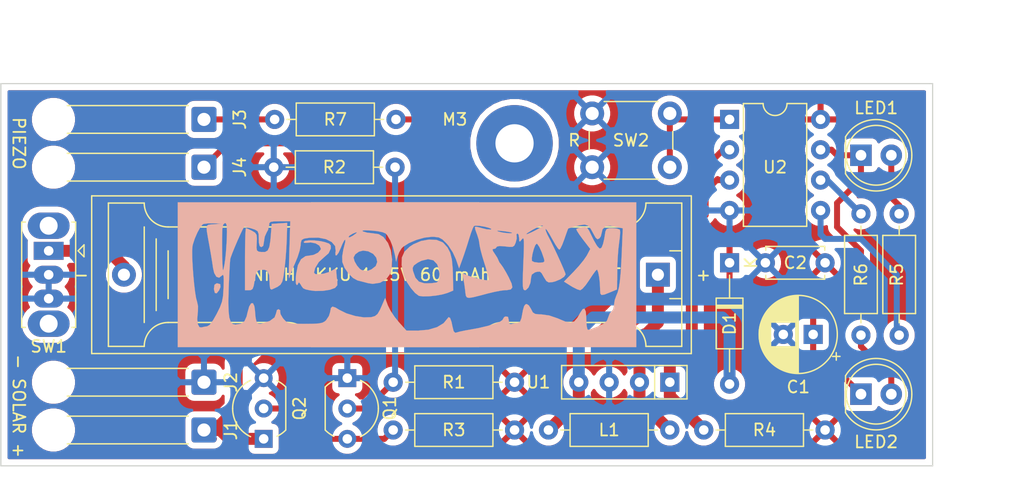
<source format=kicad_pcb>
(kicad_pcb (version 20171130) (host pcbnew "(5.1.9)-1")
  (layers (0 F.Cu signal) (31 B.Cu signal) (34 B.Paste user) (35 F.Paste user) (36 B.SilkS user) (37 F.SilkS user) (38 B.Mask user) (39 F.Mask user) (44 Edge.Cuts user))
  (net 0 "")
  (net 1 "Net-(BT1-Pad2)")
  (net 2 "Net-(BT1-Pad1)")
  (net 3 GND)
  (net 4 "Net-(C1-Pad1)")
  (net 5 "Net-(D1-Pad2)")
  (net 6 "Net-(J1-Pad1)")
  (net 7 "Net-(J3-Pad1)")
  (net 8 "Net-(J4-Pad1)")
  (net 9 "Net-(LED1-Pad2)")
  (net 10 "Net-(LED1-Pad1)")
  (net 11 "Net-(LED2-Pad2)")
  (net 12 "Net-(Q1-Pad3)")
  (net 13 "Net-(Q1-Pad2)")
  (net 14 "Net-(R5-Pad2)")
  (net 15 "Net-(R6-Pad2)")
  (net 16 "Net-(R7-Pad2)")
  (net 17 "Net-(SW2-Pad1)")
  (module Joe_footprint_Library:Kazoosh!-Logo (layer F.Cu) (at 93 65)
    (fp_text reference G*** hide)
    (fp_text value LOGO hide)
  )
  (module MountingHole:MountingHole_3.2mm_M3_Pad_TopBottom (layer F.Cu) (at 102 54)
    (fp_text reference M3 (at -5 -2) (layer F.SilkS))
    (fp_text value MountingHole_3.2mm_M3_Pad_TopBottom)
    (pad 1 connect circle (at 0 0) (size 6.4 6.4) (layers B.Cu B.Mask))
    (pad 1 connect circle (at 0 0) (size 6.4 6.4) (layers F.Cu F.Mask))
    (pad 1 thru_hole circle (at 0 0) (size 3.6 3.6) (drill 3.2) (layers *.Cu *.Mask))
  )
  (module Joe_footprint_Library:SW_PUSH_6mm_H5mm_4pin (layer F.Cu) (at 115 56 180)
    (fp_text reference SW2 (at 3.25 2.25) (layer F.SilkS))
    (fp_text value SW_Push_standard_6x6_four_pins)
    (pad 3 thru_hole circle (at 6.5 0 270) (size 2 2) (drill 1.1) (layers *.Cu *.Mask) (net 3 GND))
    (pad 4 thru_hole circle (at 6.5 4.5 270) (size 2 2) (drill 1.1) (layers *.Cu *.Mask) (net 3 GND))
    (pad 1 thru_hole circle (at 0 0 270) (size 2 2) (drill 1.1) (layers *.Cu *.Mask) (net 17 "Net-(SW2-Pad1)"))
    (pad 2 thru_hole circle (at 0 4.5 270) (size 2 2) (drill 1.1) (layers *.Cu *.Mask) (net 17 "Net-(SW2-Pad1)"))
  )
  (module Package_DIP:DIP-8_W7.62mm (layer F.Cu) (at 120 52)
    (fp_text reference U2 (at 3.81 4) (layer F.SilkS))
    (fp_text value ATtiny85V-10PU)
    (pad 8 thru_hole oval (at 7.62 0) (size 1.6 1.6) (drill 0.8) (layers *.Cu *.Mask) (net 4 "Net-(C1-Pad1)"))
    (pad 4 thru_hole oval (at 0 7.62) (size 1.6 1.6) (drill 0.8) (layers *.Cu *.Mask) (net 3 GND))
    (pad 7 thru_hole oval (at 7.62 2.54) (size 1.6 1.6) (drill 0.8) (layers *.Cu *.Mask) (net 10 "Net-(LED1-Pad1)"))
    (pad 3 thru_hole oval (at 0 5.08) (size 1.6 1.6) (drill 0.8) (layers *.Cu *.Mask) (net 8 "Net-(J4-Pad1)"))
    (pad 6 thru_hole oval (at 7.62 5.08) (size 1.6 1.6) (drill 0.8) (layers *.Cu *.Mask) (net 15 "Net-(R6-Pad2)"))
    (pad 2 thru_hole oval (at 0 2.54) (size 1.6 1.6) (drill 0.8) (layers *.Cu *.Mask) (net 16 "Net-(R7-Pad2)"))
    (pad 5 thru_hole oval (at 7.62 7.62) (size 1.6 1.6) (drill 0.8) (layers *.Cu *.Mask) (net 14 "Net-(R5-Pad2)"))
    (pad 1 thru_hole rect (at 0 0) (size 1.6 1.6) (drill 0.8) (layers *.Cu *.Mask) (net 17 "Net-(SW2-Pad1)"))
  )
  (module Resistor_THT:R_Array_SIP4 (layer F.Cu) (at 115 74 180)
    (fp_text reference U1 (at 11 0) (layer F.SilkS))
    (fp_text value YX8051_JF)
    (pad 4 thru_hole oval (at 7.62 0 180) (size 1.6 1.6) (drill 0.8) (layers *.Cu *.Mask) (net 5 "Net-(D1-Pad2)"))
    (pad 3 thru_hole oval (at 5.08 0 180) (size 1.6 1.6) (drill 0.8) (layers *.Cu *.Mask) (net 3 GND))
    (pad 2 thru_hole oval (at 2.54 0 180) (size 1.6 1.6) (drill 0.8) (layers *.Cu *.Mask) (net 2 "Net-(BT1-Pad1)"))
    (pad 1 thru_hole rect (at 0 0 180) (size 1.6 1.6) (drill 0.8) (layers *.Cu *.Mask) (net 6 "Net-(J1-Pad1)"))
  )
  (module Button_Switch_THT:SW_Slide_1P2T_CK_OS102011MS2Q (layer F.Cu) (at 63 63 270)
    (fp_text reference SW1 (at 8 0 180) (layer F.SilkS))
    (fp_text value SW_SPDT)
    (pad "" thru_hole oval (at 6.1 0 270) (size 2.2 3.5) (drill 1.5) (layers *.Cu *.Mask))
    (pad "" thru_hole oval (at -2.1 0 270) (size 2.2 3.5) (drill 1.5) (layers *.Cu *.Mask))
    (pad 3 thru_hole oval (at 4 0 270) (size 1.5 2.5) (drill 0.8) (layers *.Cu *.Mask) (net 3 GND))
    (pad 2 thru_hole oval (at 2 0 270) (size 1.5 2.5) (drill 0.8) (layers *.Cu *.Mask) (net 3 GND))
    (pad 1 thru_hole rect (at 0 0 270) (size 1.5 2.5) (drill 0.8) (layers *.Cu *.Mask) (net 1 "Net-(BT1-Pad2)"))
  )
  (module Resistor_THT:R_Axial_DIN0207_L6.3mm_D2.5mm_P10.16mm_Horizontal (layer F.Cu) (at 81.915 52)
    (fp_text reference R7 (at 5.08 0) (layer F.SilkS))
    (fp_text value 120)
    (pad 2 thru_hole oval (at 10.16 0) (size 1.6 1.6) (drill 0.8) (layers *.Cu *.Mask) (net 16 "Net-(R7-Pad2)"))
    (pad 1 thru_hole circle (at 0 0) (size 1.6 1.6) (drill 0.8) (layers *.Cu *.Mask) (net 7 "Net-(J3-Pad1)"))
  )
  (module Resistor_THT:R_Axial_DIN0207_L6.3mm_D2.5mm_P10.16mm_Horizontal (layer F.Cu) (at 131 70.06 90)
    (fp_text reference R6 (at 5.06 0 90) (layer F.SilkS))
    (fp_text value 120)
    (pad 2 thru_hole oval (at 10.16 0 90) (size 1.6 1.6) (drill 0.8) (layers *.Cu *.Mask) (net 15 "Net-(R6-Pad2)"))
    (pad 1 thru_hole circle (at 0 0 90) (size 1.6 1.6) (drill 0.8) (layers *.Cu *.Mask) (net 11 "Net-(LED2-Pad2)"))
  )
  (module Resistor_THT:R_Axial_DIN0207_L6.3mm_D2.5mm_P10.16mm_Horizontal (layer F.Cu) (at 134.2 59.9 270)
    (fp_text reference R5 (at 5.1 0.2 90) (layer F.SilkS))
    (fp_text value 120)
    (pad 2 thru_hole oval (at 10.16 0 270) (size 1.6 1.6) (drill 0.8) (layers *.Cu *.Mask) (net 14 "Net-(R5-Pad2)"))
    (pad 1 thru_hole circle (at 0 0 270) (size 1.6 1.6) (drill 0.8) (layers *.Cu *.Mask) (net 9 "Net-(LED1-Pad2)"))
  )
  (module Resistor_THT:R_Axial_DIN0207_L6.3mm_D2.5mm_P10.16mm_Horizontal (layer F.Cu) (at 128 78 180)
    (fp_text reference R4 (at 5.08 0) (layer F.SilkS))
    (fp_text value 220k)
    (pad 2 thru_hole oval (at 10.16 0 180) (size 1.6 1.6) (drill 0.8) (layers *.Cu *.Mask) (net 6 "Net-(J1-Pad1)"))
    (pad 1 thru_hole circle (at 0 0 180) (size 1.6 1.6) (drill 0.8) (layers *.Cu *.Mask) (net 4 "Net-(C1-Pad1)"))
  )
  (module Resistor_THT:R_Axial_DIN0207_L6.3mm_D2.5mm_P10.16mm_Horizontal (layer F.Cu) (at 102 78 180)
    (fp_text reference R3 (at 5.08 0) (layer F.SilkS))
    (fp_text value 470k)
    (pad 2 thru_hole oval (at 10.16 0 180) (size 1.6 1.6) (drill 0.8) (layers *.Cu *.Mask) (net 12 "Net-(Q1-Pad3)"))
    (pad 1 thru_hole circle (at 0 0 180) (size 1.6 1.6) (drill 0.8) (layers *.Cu *.Mask) (net 4 "Net-(C1-Pad1)"))
  )
  (module Resistor_THT:R_Axial_DIN0207_L6.3mm_D2.5mm_P10.16mm_Horizontal (layer F.Cu) (at 92 56 180)
    (fp_text reference R2 (at 5.08 0) (layer F.SilkS))
    (fp_text value 470k)
    (pad 2 thru_hole oval (at 10.16 0 180) (size 1.6 1.6) (drill 0.8) (layers *.Cu *.Mask) (net 3 GND))
    (pad 1 thru_hole circle (at 0 0 180) (size 1.6 1.6) (drill 0.8) (layers *.Cu *.Mask) (net 13 "Net-(Q1-Pad2)"))
  )
  (module Resistor_THT:R_Axial_DIN0207_L6.3mm_D2.5mm_P10.16mm_Horizontal (layer F.Cu) (at 102 74 180)
    (fp_text reference R1 (at 5.08 0) (layer F.SilkS))
    (fp_text value 1,5M)
    (pad 2 thru_hole oval (at 10.16 0 180) (size 1.6 1.6) (drill 0.8) (layers *.Cu *.Mask) (net 13 "Net-(Q1-Pad2)"))
    (pad 1 thru_hole circle (at 0 0 180) (size 1.6 1.6) (drill 0.8) (layers *.Cu *.Mask) (net 4 "Net-(C1-Pad1)"))
  )
  (module Package_TO_SOT_THT:TO-92_Inline_Wide (layer F.Cu) (at 81 78.74 90)
    (fp_text reference Q2 (at 2.54 3 90) (layer F.SilkS))
    (fp_text value BS170)
    (pad 1 thru_hole rect (at 0 0 90) (size 1.5 1.5) (drill 0.8) (layers *.Cu *.Mask) (net 6 "Net-(J1-Pad1)"))
    (pad 3 thru_hole circle (at 5.08 0 90) (size 1.5 1.5) (drill 0.8) (layers *.Cu *.Mask) (net 3 GND))
    (pad 2 thru_hole circle (at 2.54 0 90) (size 1.5 1.5) (drill 0.8) (layers *.Cu *.Mask) (net 12 "Net-(Q1-Pad3)"))
  )
  (module Package_TO_SOT_THT:TO-92_Inline_Wide (layer F.Cu) (at 88 73.66 270)
    (fp_text reference Q1 (at 2.54 -3.56 90) (layer F.SilkS))
    (fp_text value 2N7000)
    (pad 1 thru_hole rect (at 0 0 270) (size 1.5 1.5) (drill 0.8) (layers *.Cu *.Mask) (net 3 GND))
    (pad 3 thru_hole circle (at 5.08 0 270) (size 1.5 1.5) (drill 0.8) (layers *.Cu *.Mask) (net 12 "Net-(Q1-Pad3)"))
    (pad 2 thru_hole circle (at 2.54 0 270) (size 1.5 1.5) (drill 0.8) (layers *.Cu *.Mask) (net 13 "Net-(Q1-Pad2)"))
  )
  (module LED_THT:LED_D5.0mm (layer F.Cu) (at 131 75)
    (fp_text reference LED2 (at 1.27 4) (layer F.SilkS))
    (fp_text value LED_GN)
    (pad 2 thru_hole circle (at 2.54 0) (size 1.8 1.8) (drill 0.9) (layers *.Cu *.Mask) (net 11 "Net-(LED2-Pad2)"))
    (pad 1 thru_hole rect (at 0 0) (size 1.8 1.8) (drill 0.9) (layers *.Cu *.Mask) (net 10 "Net-(LED1-Pad1)"))
  )
  (module LED_THT:LED_D5.0mm (layer F.Cu) (at 131 55)
    (fp_text reference LED1 (at 1.27 -3.96) (layer F.SilkS))
    (fp_text value LED_GN)
    (pad 2 thru_hole circle (at 2.54 0) (size 1.8 1.8) (drill 0.9) (layers *.Cu *.Mask) (net 9 "Net-(LED1-Pad2)"))
    (pad 1 thru_hole rect (at 0 0) (size 1.8 1.8) (drill 0.9) (layers *.Cu *.Mask) (net 10 "Net-(LED1-Pad1)"))
  )
  (module Resistor_THT:R_Axial_DIN0207_L6.3mm_D2.5mm_P10.16mm_Horizontal (layer F.Cu) (at 115 78 180)
    (fp_text reference L1 (at 5.08 0) (layer F.SilkS))
    (fp_text value 47uH)
    (pad 2 thru_hole oval (at 10.16 0 180) (size 1.6 1.6) (drill 0.8) (layers *.Cu *.Mask) (net 5 "Net-(D1-Pad2)"))
    (pad 1 thru_hole circle (at 0 0 180) (size 1.6 1.6) (drill 0.8) (layers *.Cu *.Mask) (net 2 "Net-(BT1-Pad1)"))
  )
  (module Connector_Wire:SolderWire-0.5sqmm_1x01_D0.9mm_OD2.1mm_Relief (layer F.Cu) (at 76 56 270)
    (fp_text reference J4 (at 0 -3 90) (layer F.SilkS))
    (fp_text value Conn_01x01)
    (pad "" np_thru_hole circle (at 0 12.6 270) (size 2.6 2.6) (drill 2.6) (layers *.Cu *.Mask))
    (pad 1 thru_hole roundrect (at 0 0 270) (size 2.1 2.1) (drill 1.1) (layers *.Cu *.Mask) (roundrect_rratio 0.119048) (net 8 "Net-(J4-Pad1)"))
  )
  (module Connector_Wire:SolderWire-0.5sqmm_1x01_D0.9mm_OD2.1mm_Relief (layer F.Cu) (at 76 52 270)
    (fp_text reference J3 (at 0 -3 90) (layer F.SilkS))
    (fp_text value Conn_01x01)
    (pad "" np_thru_hole circle (at 0 12.6 270) (size 2.6 2.6) (drill 2.6) (layers *.Cu *.Mask))
    (pad 1 thru_hole roundrect (at 0 0 270) (size 2.1 2.1) (drill 1.1) (layers *.Cu *.Mask) (roundrect_rratio 0.119048) (net 7 "Net-(J3-Pad1)"))
  )
  (module Connector_Wire:SolderWire-0.5sqmm_1x01_D0.9mm_OD2.1mm_Relief (layer F.Cu) (at 76 74 270)
    (fp_text reference J2 (at 0 -2.25 90) (layer F.SilkS))
    (fp_text value Conn_01x01)
    (pad "" np_thru_hole circle (at 0 12.6 270) (size 2.6 2.6) (drill 2.6) (layers *.Cu *.Mask))
    (pad 1 thru_hole roundrect (at 0 0 270) (size 2.1 2.1) (drill 1.1) (layers *.Cu *.Mask) (roundrect_rratio 0.119048) (net 3 GND))
  )
  (module Connector_Wire:SolderWire-0.5sqmm_1x01_D0.9mm_OD2.1mm_Relief (layer F.Cu) (at 76 78 270)
    (fp_text reference J1 (at 0 -2.25 90) (layer F.SilkS))
    (fp_text value Conn_01x01)
    (pad "" np_thru_hole circle (at 0 12.6 270) (size 2.6 2.6) (drill 2.6) (layers *.Cu *.Mask))
    (pad 1 thru_hole roundrect (at 0 0 270) (size 2.1 2.1) (drill 1.1) (layers *.Cu *.Mask) (roundrect_rratio 0.119048) (net 6 "Net-(J1-Pad1)"))
  )
  (module Diode_THT:D_DO-35_SOD27_P10.16mm_Horizontal (layer F.Cu) (at 120 64 270)
    (fp_text reference D1 (at 5.08 0 90) (layer F.SilkS))
    (fp_text value BAT48RL)
    (fp_text user K (at 0 -1.8 90) (layer F.SilkS))
    (pad 2 thru_hole oval (at 10.16 0 270) (size 1.6 1.6) (drill 0.8) (layers *.Cu *.Mask) (net 5 "Net-(D1-Pad2)"))
    (pad 1 thru_hole rect (at 0 0 270) (size 1.6 1.6) (drill 0.8) (layers *.Cu *.Mask) (net 4 "Net-(C1-Pad1)"))
  )
  (module Capacitor_THT:C_Disc_D4.7mm_W2.5mm_P5.00mm (layer F.Cu) (at 128 64 180)
    (fp_text reference C2 (at 2.5 0) (layer F.SilkS))
    (fp_text value 100nF)
    (pad 2 thru_hole circle (at 5 0 180) (size 1.6 1.6) (drill 0.8) (layers *.Cu *.Mask) (net 3 GND))
    (pad 1 thru_hole circle (at 0 0 180) (size 1.6 1.6) (drill 0.8) (layers *.Cu *.Mask) (net 4 "Net-(C1-Pad1)"))
  )
  (module Capacitor_THT:CP_Radial_D6.3mm_P2.50mm (layer F.Cu) (at 127 70 180)
    (fp_text reference C1 (at 1.25 -4.4) (layer F.SilkS))
    (fp_text value 220uF)
    (pad 2 thru_hole circle (at 2.5 0 180) (size 1.6 1.6) (drill 0.8) (layers *.Cu *.Mask) (net 3 GND))
    (pad 1 thru_hole rect (at 0 0 180) (size 1.6 1.6) (drill 0.8) (layers *.Cu *.Mask) (net 4 "Net-(C1-Pad1)"))
  )
  (module Battery:BatteryHolder_Keystone_2466_1xAAA (layer F.Cu) (at 114 65 180)
    (fp_text reference BT1 (at 3.51 0 180) (layer F.SilkS))
    (fp_text value "NiMH 1,25V 600mAh")
    (fp_text user + (at -3.81 0) (layer F.SilkS))
    (fp_text user - (at 48.26 0) (layer F.SilkS))
    (pad 2 thru_hole circle (at 44.7 0 180) (size 2 2) (drill 1.02) (layers *.Cu *.Mask) (net 1 "Net-(BT1-Pad2)"))
    (pad 1 thru_hole rect (at 0 0 180) (size 2 2) (drill 1.02) (layers *.Cu *.Mask) (net 2 "Net-(BT1-Pad1)"))
  )
  (gr_text R (at 107 53.75) (layer F.SilkS) (effects (font (size 1 1))))
  (gr_text "NiMH AKKU 1.25V 600mAh" (at 90 65) (layer F.SilkS) (effects (font (size 1 1))))
  (gr_text "- SOLAR +" (at 60.5 76 270) (layer F.SilkS) (effects (font (size 1 1))))
  (gr_text PIEZO (at 60.5 54 270) (layer F.SilkS) (effects (font (size 1 1))))
  (gr_line (start 137 49) (end 137 81) (layer Edge.Cuts) (width 0.1))
  (gr_line (start 59 49) (end 137 49) (layer Edge.Cuts) (width 0.1))
  (gr_line (start 59 81) (end 59 49) (layer Edge.Cuts) (width 0.1))
  (gr_line (start 137 81) (end 59 81) (layer Edge.Cuts) (width 0.1))
  (segment (start 69.3 65) (end 69.3 64.3) (width 1) (layer F.Cu) (net 1))
  (segment (start 68 63) (end 63 63) (width 1) (layer F.Cu) (net 1))
  (segment (start 69.3 64.3) (end 68 63) (width 1) (layer F.Cu) (net 1))
  (segment (start 114 65) (end 114 69) (width 1) (layer F.Cu) (net 2))
  (segment (start 114 69) (end 113 70) (width 1) (layer F.Cu) (net 2))
  (segment (start 113 70) (end 112.88 70) (width 1) (layer F.Cu) (net 2))
  (segment (start 112.46 70.42) (end 112.46 74) (width 1) (layer F.Cu) (net 2))
  (segment (start 112.88 70) (end 112.46 70.42) (width 1) (layer F.Cu) (net 2))
  (segment (start 112.46 74) (end 112.46 75.5) (width 1) (layer F.Cu) (net 2))
  (segment (start 114.96 78) (end 115 78) (width 1) (layer F.Cu) (net 2))
  (segment (start 112.46 75.5) (end 114.96 78) (width 1) (layer F.Cu) (net 2))
  (segment (start 104.84 78) (end 104.88 78) (width 1) (layer F.Cu) (net 5))
  (segment (start 107.38 75.5) (end 107.38 74) (width 1) (layer F.Cu) (net 5))
  (segment (start 104.88 78) (end 107.38 75.5) (width 1) (layer F.Cu) (net 5))
  (segment (start 107.38 74) (end 107.38 69.785) (width 1) (layer B.Cu) (net 5))
  (segment (start 107.38 69.785) (end 108.585 68.58) (width 1) (layer B.Cu) (net 5))
  (segment (start 108.585 68.58) (end 119.38 68.58) (width 1) (layer B.Cu) (net 5))
  (segment (start 120 69.2) (end 120 74.16) (width 1) (layer B.Cu) (net 5))
  (segment (start 119.38 68.58) (end 120 69.2) (width 1) (layer B.Cu) (net 5))
  (segment (start 76 78) (end 76.095 78) (width 0.5) (layer F.Cu) (net 6))
  (segment (start 76.095 78) (end 76.835 78.74) (width 0.5) (layer F.Cu) (net 6))
  (segment (start 76 78) (end 77.365 78) (width 1) (layer F.Cu) (net 6))
  (segment (start 78.105 78.74) (end 81 78.74) (width 1) (layer F.Cu) (net 6))
  (segment (start 77.365 78) (end 78.105 78.74) (width 1) (layer F.Cu) (net 6))
  (segment (start 115 75.16) (end 117.84 78) (width 1) (layer F.Cu) (net 6))
  (segment (start 115 74) (end 115 75.16) (width 1) (layer F.Cu) (net 6))
  (segment (start 115 71.82) (end 115 74) (width 1) (layer F.Cu) (net 6))
  (segment (start 116.84 69.98) (end 115 71.82) (width 1) (layer F.Cu) (net 6))
  (segment (start 116.84 63.5) (end 116.84 69.98) (width 1) (layer F.Cu) (net 6))
  (segment (start 115.57 62.23) (end 116.84 63.5) (width 1) (layer F.Cu) (net 6))
  (segment (start 112.395 62.23) (end 115.57 62.23) (width 1) (layer F.Cu) (net 6))
  (segment (start 111.125 63.5) (end 112.395 62.23) (width 1) (layer F.Cu) (net 6))
  (segment (start 111.125 67.945) (end 111.125 63.5) (width 1) (layer F.Cu) (net 6))
  (segment (start 80.645 70.485) (end 108.585 70.485) (width 1) (layer F.Cu) (net 6))
  (segment (start 78.74 72.39) (end 80.645 70.485) (width 1) (layer F.Cu) (net 6))
  (segment (start 78.74 76.2) (end 78.74 72.39) (width 1) (layer F.Cu) (net 6))
  (segment (start 76.94 78) (end 78.74 76.2) (width 1) (layer F.Cu) (net 6))
  (segment (start 108.585 70.485) (end 111.125 67.945) (width 1) (layer F.Cu) (net 6))
  (segment (start 76 78) (end 76.94 78) (width 1) (layer F.Cu) (net 6))
  (segment (start 76 52) (end 81.915 52) (width 0.5) (layer F.Cu) (net 7))
  (segment (start 76 56) (end 78 54) (width 0.5) (layer F.Cu) (net 8))
  (segment (start 78 54) (end 94 54) (width 0.5) (layer F.Cu) (net 8))
  (segment (start 94 54) (end 101 61) (width 0.5) (layer F.Cu) (net 8))
  (segment (start 101 61) (end 117 61) (width 0.5) (layer F.Cu) (net 8))
  (segment (start 117 61) (end 118 60) (width 0.5) (layer F.Cu) (net 8))
  (segment (start 118 60) (end 118 58) (width 0.5) (layer F.Cu) (net 8))
  (segment (start 118 58) (end 119 57) (width 0.5) (layer F.Cu) (net 8))
  (segment (start 119.08 57.08) (end 120 57.08) (width 0.5) (layer F.Cu) (net 8))
  (segment (start 119 57) (end 119.08 57.08) (width 0.5) (layer F.Cu) (net 8))
  (segment (start 133.54 55) (end 133.54 58.54) (width 0.5) (layer F.Cu) (net 9))
  (segment (start 134.2 59.2) (end 134.2 59.9) (width 0.5) (layer F.Cu) (net 9))
  (segment (start 133.54 58.54) (end 134.2 59.2) (width 0.5) (layer F.Cu) (net 9))
  (segment (start 127.62 54.54) (end 128.54 54.54) (width 0.5) (layer F.Cu) (net 10))
  (segment (start 128.54 54.54) (end 129 55) (width 0.5) (layer F.Cu) (net 10))
  (segment (start 129 55) (end 131 55) (width 0.5) (layer F.Cu) (net 10))
  (segment (start 129 73) (end 131 75) (width 0.5) (layer F.Cu) (net 10))
  (segment (start 129 69) (end 129 73) (width 0.5) (layer F.Cu) (net 10))
  (segment (start 131 67) (end 129 69) (width 0.5) (layer F.Cu) (net 10))
  (segment (start 131 63) (end 131 67) (width 0.5) (layer F.Cu) (net 10))
  (segment (start 129 61) (end 131 63) (width 0.5) (layer F.Cu) (net 10))
  (segment (start 129 59) (end 129 61) (width 0.5) (layer F.Cu) (net 10))
  (segment (start 131 57) (end 129 59) (width 0.5) (layer F.Cu) (net 10))
  (segment (start 131 55) (end 131 57) (width 0.5) (layer F.Cu) (net 10))
  (segment (start 131 70.06) (end 131 71) (width 0.5) (layer F.Cu) (net 11))
  (segment (start 133.54 73.54) (end 133.54 75) (width 0.5) (layer F.Cu) (net 11))
  (segment (start 131 71) (end 133.54 73.54) (width 0.5) (layer F.Cu) (net 11))
  (segment (start 83.185 76.2) (end 81 76.2) (width 0.5) (layer F.Cu) (net 12))
  (segment (start 85.725 78.74) (end 83.185 76.2) (width 0.5) (layer F.Cu) (net 12))
  (segment (start 88 78.74) (end 85.725 78.74) (width 0.5) (layer F.Cu) (net 12))
  (segment (start 91.1 78.74) (end 91.84 78) (width 0.5) (layer F.Cu) (net 12))
  (segment (start 88 78.74) (end 91.1 78.74) (width 0.5) (layer F.Cu) (net 12))
  (segment (start 92 73.84) (end 91.84 74) (width 0.5) (layer F.Cu) (net 13))
  (segment (start 89.64 76.2) (end 91.84 74) (width 0.5) (layer F.Cu) (net 13))
  (segment (start 88 76.2) (end 89.64 76.2) (width 0.5) (layer F.Cu) (net 13))
  (segment (start 92 73.84) (end 91.84 74) (width 0.5) (layer B.Cu) (net 13))
  (segment (start 92 56) (end 92 73.84) (width 0.5) (layer B.Cu) (net 13))
  (segment (start 127.62 59.62) (end 127.62 61.62) (width 0.5) (layer B.Cu) (net 14))
  (segment (start 127.62 61.62) (end 128 62) (width 0.5) (layer B.Cu) (net 14))
  (segment (start 128 62) (end 131 62) (width 0.5) (layer B.Cu) (net 14))
  (segment (start 131 62) (end 134 65) (width 0.5) (layer B.Cu) (net 14))
  (segment (start 134 69.86) (end 134.2 70.06) (width 0.5) (layer B.Cu) (net 14))
  (segment (start 134 65) (end 134 69.86) (width 0.5) (layer B.Cu) (net 14))
  (segment (start 128.18 57.08) (end 131 59.9) (width 0.5) (layer B.Cu) (net 15))
  (segment (start 127.62 57.08) (end 128.18 57.08) (width 0.5) (layer B.Cu) (net 15))
  (segment (start 120 54.54) (end 119.46 54.54) (width 0.5) (layer F.Cu) (net 16))
  (segment (start 119.46 54.54) (end 117 57) (width 0.5) (layer F.Cu) (net 16))
  (segment (start 117 57) (end 117 59) (width 0.5) (layer F.Cu) (net 16))
  (segment (start 117 59) (end 116 60) (width 0.5) (layer F.Cu) (net 16))
  (segment (start 116 60) (end 102 60) (width 0.5) (layer F.Cu) (net 16))
  (segment (start 94 52) (end 92.075 52) (width 0.5) (layer F.Cu) (net 16))
  (segment (start 102 60) (end 94 52) (width 0.5) (layer F.Cu) (net 16))
  (segment (start 115.5 52) (end 115 51.5) (width 0.5) (layer F.Cu) (net 17))
  (segment (start 120 52) (end 115.5 52) (width 0.5) (layer F.Cu) (net 17))
  (segment (start 115 51.5) (end 115 56) (width 0.5) (layer F.Cu) (net 17))
  (zone (net 3) (net_name GND) (layer B.Cu) (connect_pads (clearance 0.508)) (min_thickness 0.254) (fill yes (arc_segments 32) (thermal_gap 1.16) (thermal_bridge_width 0.508) (smoothing chamfer))
    (polygon (pts (xy 137 81) (xy 59 81) (xy 59 49) (xy 137 49)))
  )
  (zone (net 4) (net_name "Net-(C1-Pad1)") (layer F.Cu) (connect_pads (clearance 0.508)) (min_thickness 0.254) (fill yes (arc_segments 32) (thermal_gap 1.16) (thermal_bridge_width 0.508))
    (polygon (pts (xy 137 81) (xy 59 81) (xy 59 49) (xy 137 49)))
  )
)
</source>
